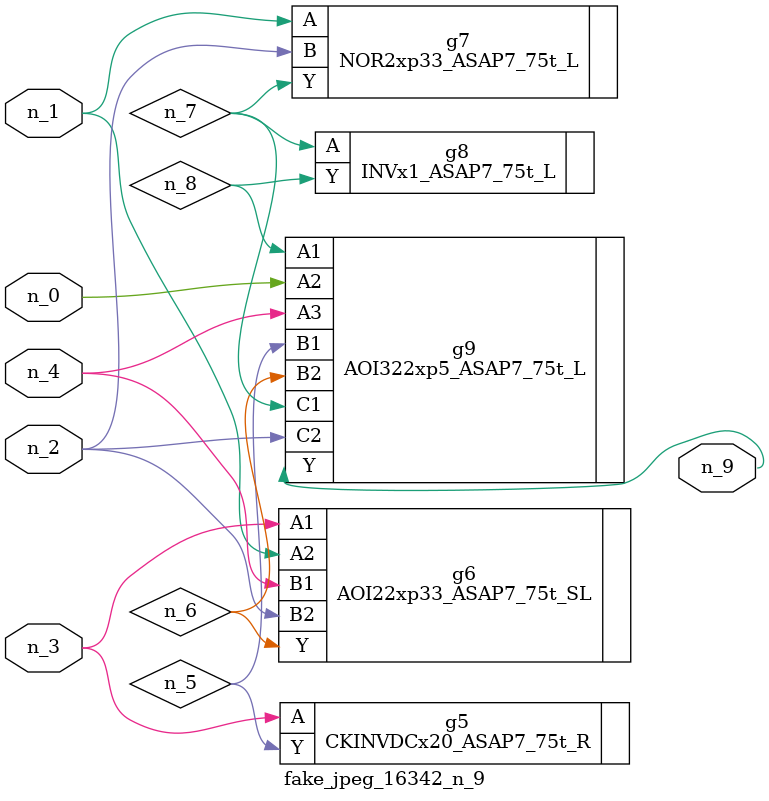
<source format=v>
module fake_jpeg_16342_n_9 (n_3, n_2, n_1, n_0, n_4, n_9);

input n_3;
input n_2;
input n_1;
input n_0;
input n_4;

output n_9;

wire n_8;
wire n_6;
wire n_5;
wire n_7;

CKINVDCx20_ASAP7_75t_R g5 ( 
.A(n_3),
.Y(n_5)
);

AOI22xp33_ASAP7_75t_SL g6 ( 
.A1(n_3),
.A2(n_1),
.B1(n_4),
.B2(n_2),
.Y(n_6)
);

NOR2xp33_ASAP7_75t_L g7 ( 
.A(n_1),
.B(n_2),
.Y(n_7)
);

INVx1_ASAP7_75t_L g8 ( 
.A(n_7),
.Y(n_8)
);

AOI322xp5_ASAP7_75t_L g9 ( 
.A1(n_8),
.A2(n_0),
.A3(n_4),
.B1(n_5),
.B2(n_6),
.C1(n_7),
.C2(n_2),
.Y(n_9)
);


endmodule
</source>
